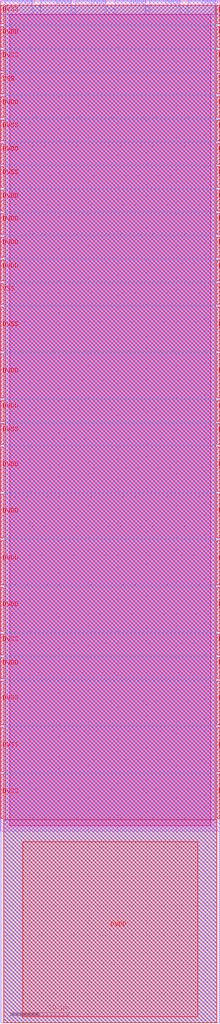
<source format=lef>
VERSION 5.7 ;
  NOWIREEXTENSIONATPIN ON ;
  DIVIDERCHAR "/" ;
  BUSBITCHARS "[]" ;
MACRO gf180mcu_ht_io_fix__dvdd
  CLASS PAD POWER ;
  FOREIGN gf180mcu_ht_io_fix__dvdd ;
  ORIGIN 0.000 0.000 ;
  SIZE 75.000 BY 350.000 ;
  SYMMETRY X Y R90 ;
  SITE GF_IO_Site ;
  PIN DVDD
    DIRECTION INOUT ;
    USE POWER ;
    PORT
      LAYER Metal5 ;
        RECT 7.500 2.000 67.500 62.000 ;
    END
    PORT
      LAYER Metal5 ;
        RECT 74.000 118.000 75.000 125.000 ;
    END
    PORT
      LAYER Metal5 ;
        RECT 74.000 182.000 75.000 197.000 ;
    END
    PORT
      LAYER Metal5 ;
        RECT 74.000 166.000 75.000 181.000 ;
    END
    PORT
      LAYER Metal5 ;
        RECT 74.000 150.000 75.000 165.000 ;
    END
    PORT
      LAYER Metal5 ;
        RECT 74.000 134.000 75.000 149.000 ;
    END
    PORT
      LAYER Metal5 ;
        RECT 74.000 214.000 75.000 229.000 ;
    END
    PORT
      LAYER Metal5 ;
        RECT 74.000 206.000 75.000 213.000 ;
    END
    PORT
      LAYER Metal5 ;
        RECT 74.000 254.000 75.000 261.000 ;
    END
    PORT
      LAYER Metal5 ;
        RECT 74.000 278.000 75.000 285.000 ;
    END
    PORT
      LAYER Metal5 ;
        RECT 74.000 270.000 75.000 277.000 ;
    END
    PORT
      LAYER Metal5 ;
        RECT 74.000 262.000 75.000 269.000 ;
    END
    PORT
      LAYER Metal5 ;
        RECT 74.000 294.000 75.000 301.000 ;
    END
    PORT
      LAYER Metal5 ;
        RECT 74.000 310.000 75.000 317.000 ;
    END
    PORT
      LAYER Metal5 ;
        RECT 74.000 334.000 75.000 341.000 ;
    END
    PORT
      LAYER Metal4 ;
        RECT 74.000 118.000 75.000 125.000 ;
    END
    PORT
      LAYER Metal4 ;
        RECT 74.000 182.000 75.000 197.000 ;
    END
    PORT
      LAYER Metal4 ;
        RECT 74.000 166.000 75.000 181.000 ;
    END
    PORT
      LAYER Metal4 ;
        RECT 74.000 150.000 75.000 165.000 ;
    END
    PORT
      LAYER Metal4 ;
        RECT 74.000 134.000 75.000 149.000 ;
    END
    PORT
      LAYER Metal4 ;
        RECT 74.000 214.000 75.000 229.000 ;
    END
    PORT
      LAYER Metal4 ;
        RECT 74.000 206.000 75.000 213.000 ;
    END
    PORT
      LAYER Metal4 ;
        RECT 74.000 254.000 75.000 261.000 ;
    END
    PORT
      LAYER Metal4 ;
        RECT 74.000 278.000 75.000 285.000 ;
    END
    PORT
      LAYER Metal4 ;
        RECT 74.000 270.000 75.000 277.000 ;
    END
    PORT
      LAYER Metal4 ;
        RECT 74.000 262.000 75.000 269.000 ;
    END
    PORT
      LAYER Metal4 ;
        RECT 74.000 294.000 75.000 301.000 ;
    END
    PORT
      LAYER Metal4 ;
        RECT 74.000 310.000 75.000 317.000 ;
    END
    PORT
      LAYER Metal4 ;
        RECT 74.000 334.000 75.000 341.000 ;
    END
    PORT
      LAYER Metal3 ;
        RECT 74.000 118.000 75.000 125.000 ;
    END
    PORT
      LAYER Metal3 ;
        RECT 74.000 182.000 75.000 197.000 ;
    END
    PORT
      LAYER Metal3 ;
        RECT 74.000 166.000 75.000 181.000 ;
    END
    PORT
      LAYER Metal3 ;
        RECT 74.000 150.000 75.000 165.000 ;
    END
    PORT
      LAYER Metal3 ;
        RECT 74.000 134.000 75.000 149.000 ;
    END
    PORT
      LAYER Metal3 ;
        RECT 74.000 214.000 75.000 229.000 ;
    END
    PORT
      LAYER Metal3 ;
        RECT 74.000 206.000 75.000 213.000 ;
    END
    PORT
      LAYER Metal3 ;
        RECT 74.000 254.000 75.000 261.000 ;
    END
    PORT
      LAYER Metal3 ;
        RECT 74.000 278.000 75.000 285.000 ;
    END
    PORT
      LAYER Metal3 ;
        RECT 74.000 270.000 75.000 277.000 ;
    END
    PORT
      LAYER Metal3 ;
        RECT 74.000 262.000 75.000 269.000 ;
    END
    PORT
      LAYER Metal3 ;
        RECT 74.000 294.000 75.000 301.000 ;
    END
    PORT
      LAYER Metal3 ;
        RECT 74.000 310.000 75.000 317.000 ;
    END
    PORT
      LAYER Metal3 ;
        RECT 74.000 334.000 75.000 341.000 ;
    END
    PORT
      LAYER Metal2 ;
        RECT 1.360 345.345 10.860 350.000 ;
    END
    PORT
      LAYER Metal2 ;
        RECT 13.760 345.345 24.010 350.000 ;
    END
    PORT
      LAYER Metal2 ;
        RECT 25.610 345.345 35.860 350.000 ;
    END
    PORT
      LAYER Metal2 ;
        RECT 39.140 345.345 49.390 350.000 ;
    END
    PORT
      LAYER Metal2 ;
        RECT 50.990 345.345 61.240 350.000 ;
    END
    PORT
      LAYER Metal3 ;
        RECT 0.000 334.000 1.000 341.000 ;
    END
    PORT
      LAYER Metal3 ;
        RECT 0.000 310.000 1.000 317.000 ;
    END
    PORT
      LAYER Metal3 ;
        RECT 0.000 294.000 1.000 301.000 ;
    END
    PORT
      LAYER Metal3 ;
        RECT 0.000 262.000 1.000 269.000 ;
    END
    PORT
      LAYER Metal3 ;
        RECT 0.000 270.000 1.000 277.000 ;
    END
    PORT
      LAYER Metal3 ;
        RECT 0.000 278.000 1.000 285.000 ;
    END
    PORT
      LAYER Metal3 ;
        RECT 0.000 254.000 1.000 261.000 ;
    END
    PORT
      LAYER Metal3 ;
        RECT 0.000 206.000 1.000 213.000 ;
    END
    PORT
      LAYER Metal3 ;
        RECT 0.000 214.000 1.000 229.000 ;
    END
    PORT
      LAYER Metal3 ;
        RECT 0.000 134.000 1.000 149.000 ;
    END
    PORT
      LAYER Metal3 ;
        RECT 0.000 150.000 1.000 165.000 ;
    END
    PORT
      LAYER Metal3 ;
        RECT 0.000 166.000 1.000 181.000 ;
    END
    PORT
      LAYER Metal3 ;
        RECT 0.000 182.000 1.000 197.000 ;
    END
    PORT
      LAYER Metal4 ;
        RECT 0.000 334.000 1.000 341.000 ;
    END
    PORT
      LAYER Metal4 ;
        RECT 0.000 310.000 1.000 317.000 ;
    END
    PORT
      LAYER Metal4 ;
        RECT 0.000 294.000 1.000 301.000 ;
    END
    PORT
      LAYER Metal4 ;
        RECT 0.000 262.000 1.000 269.000 ;
    END
    PORT
      LAYER Metal4 ;
        RECT 0.000 270.000 1.000 277.000 ;
    END
    PORT
      LAYER Metal4 ;
        RECT 0.000 278.000 1.000 285.000 ;
    END
    PORT
      LAYER Metal4 ;
        RECT 0.000 254.000 1.000 261.000 ;
    END
    PORT
      LAYER Metal4 ;
        RECT 0.000 206.000 1.000 213.000 ;
    END
    PORT
      LAYER Metal4 ;
        RECT 0.000 214.000 1.000 229.000 ;
    END
    PORT
      LAYER Metal4 ;
        RECT 0.000 134.000 1.000 149.000 ;
    END
    PORT
      LAYER Metal4 ;
        RECT 0.000 150.000 1.000 165.000 ;
    END
    PORT
      LAYER Metal4 ;
        RECT 0.000 166.000 1.000 181.000 ;
    END
    PORT
      LAYER Metal4 ;
        RECT 0.000 182.000 1.000 197.000 ;
    END
    PORT
      LAYER Metal5 ;
        RECT 0.000 334.000 1.000 341.000 ;
    END
    PORT
      LAYER Metal5 ;
        RECT 0.000 310.000 1.000 317.000 ;
    END
    PORT
      LAYER Metal5 ;
        RECT 0.000 294.000 1.000 301.000 ;
    END
    PORT
      LAYER Metal5 ;
        RECT 0.000 262.000 1.000 269.000 ;
    END
    PORT
      LAYER Metal5 ;
        RECT 0.000 270.000 1.000 277.000 ;
    END
    PORT
      LAYER Metal5 ;
        RECT 0.000 278.000 1.000 285.000 ;
    END
    PORT
      LAYER Metal5 ;
        RECT 0.000 254.000 1.000 261.000 ;
    END
    PORT
      LAYER Metal5 ;
        RECT 0.000 206.000 1.000 213.000 ;
    END
    PORT
      LAYER Metal5 ;
        RECT 0.000 214.000 1.000 229.000 ;
    END
    PORT
      LAYER Metal5 ;
        RECT 0.000 134.000 1.000 149.000 ;
    END
    PORT
      LAYER Metal5 ;
        RECT 0.000 150.000 1.000 165.000 ;
    END
    PORT
      LAYER Metal5 ;
        RECT 0.000 166.000 1.000 181.000 ;
    END
    PORT
      LAYER Metal5 ;
        RECT 0.000 182.000 1.000 197.000 ;
    END
    PORT
      LAYER Metal5 ;
        RECT 0.000 118.000 1.000 125.000 ;
    END
    PORT
      LAYER Metal4 ;
        RECT 0.000 118.000 1.000 125.000 ;
    END
    PORT
      LAYER Metal3 ;
        RECT 0.000 118.000 1.000 125.000 ;
    END
    PORT
      LAYER Metal2 ;
        RECT 64.140 345.345 73.640 350.000 ;
    END
  END DVDD
  PIN DVSS
    DIRECTION INOUT ;
    USE GROUND ;
    PORT
      LAYER Metal5 ;
        RECT 74.000 102.000 75.000 117.000 ;
    END
    PORT
      LAYER Metal5 ;
        RECT 74.000 86.000 75.000 101.000 ;
    END
    PORT
      LAYER Metal5 ;
        RECT 74.000 70.000 75.000 85.000 ;
    END
    PORT
      LAYER Metal5 ;
        RECT 74.000 126.000 75.000 133.000 ;
    END
    PORT
      LAYER Metal5 ;
        RECT 74.000 198.000 75.000 205.000 ;
    END
    PORT
      LAYER Metal5 ;
        RECT 74.000 230.000 75.000 245.000 ;
    END
    PORT
      LAYER Metal5 ;
        RECT 74.000 286.000 75.000 293.000 ;
    END
    PORT
      LAYER Metal5 ;
        RECT 74.000 302.000 75.000 309.000 ;
    END
    PORT
      LAYER Metal5 ;
        RECT 74.000 326.000 75.000 333.000 ;
    END
    PORT
      LAYER Metal5 ;
        RECT 74.000 342.000 75.000 348.390 ;
    END
    PORT
      LAYER Metal4 ;
        RECT 74.000 102.000 75.000 117.000 ;
    END
    PORT
      LAYER Metal4 ;
        RECT 74.000 86.000 75.000 101.000 ;
    END
    PORT
      LAYER Metal4 ;
        RECT 74.000 70.000 75.000 85.000 ;
    END
    PORT
      LAYER Metal4 ;
        RECT 74.000 126.000 75.000 133.000 ;
    END
    PORT
      LAYER Metal4 ;
        RECT 74.000 198.000 75.000 205.000 ;
    END
    PORT
      LAYER Metal4 ;
        RECT 74.000 230.000 75.000 245.000 ;
    END
    PORT
      LAYER Metal4 ;
        RECT 74.000 286.000 75.000 293.000 ;
    END
    PORT
      LAYER Metal4 ;
        RECT 74.000 302.000 75.000 309.000 ;
    END
    PORT
      LAYER Metal4 ;
        RECT 74.000 326.000 75.000 333.000 ;
    END
    PORT
      LAYER Metal4 ;
        RECT 74.000 342.000 75.000 348.390 ;
    END
    PORT
      LAYER Metal3 ;
        RECT 74.000 102.000 75.000 117.000 ;
    END
    PORT
      LAYER Metal3 ;
        RECT 74.000 86.000 75.000 101.000 ;
    END
    PORT
      LAYER Metal3 ;
        RECT 74.000 70.000 75.000 85.000 ;
    END
    PORT
      LAYER Metal3 ;
        RECT 74.000 126.000 75.000 133.000 ;
    END
    PORT
      LAYER Metal3 ;
        RECT 74.000 198.000 75.000 205.000 ;
    END
    PORT
      LAYER Metal3 ;
        RECT 74.000 230.000 75.000 245.000 ;
    END
    PORT
      LAYER Metal3 ;
        RECT 74.000 286.000 75.000 293.000 ;
    END
    PORT
      LAYER Metal3 ;
        RECT 74.000 302.000 75.000 309.000 ;
    END
    PORT
      LAYER Metal3 ;
        RECT 74.000 326.000 75.000 333.000 ;
    END
    PORT
      LAYER Metal3 ;
        RECT 74.000 342.000 75.000 348.390 ;
    END
    PORT
      LAYER Metal3 ;
        RECT 0.000 342.000 1.000 348.390 ;
    END
    PORT
      LAYER Metal3 ;
        RECT 0.000 326.000 1.000 333.000 ;
    END
    PORT
      LAYER Metal3 ;
        RECT 0.000 302.000 1.000 309.000 ;
    END
    PORT
      LAYER Metal3 ;
        RECT 0.000 286.000 1.000 293.000 ;
    END
    PORT
      LAYER Metal3 ;
        RECT 0.000 230.000 1.000 245.000 ;
    END
    PORT
      LAYER Metal3 ;
        RECT 0.000 198.000 1.000 205.000 ;
    END
    PORT
      LAYER Metal3 ;
        RECT 0.000 126.000 1.000 133.000 ;
    END
    PORT
      LAYER Metal3 ;
        RECT 0.000 70.000 1.000 85.000 ;
    END
    PORT
      LAYER Metal3 ;
        RECT 0.000 86.000 1.000 101.000 ;
    END
    PORT
      LAYER Metal4 ;
        RECT 0.000 342.000 1.000 348.390 ;
    END
    PORT
      LAYER Metal4 ;
        RECT 0.000 326.000 1.000 333.000 ;
    END
    PORT
      LAYER Metal4 ;
        RECT 0.000 302.000 1.000 309.000 ;
    END
    PORT
      LAYER Metal4 ;
        RECT 0.000 286.000 1.000 293.000 ;
    END
    PORT
      LAYER Metal4 ;
        RECT 0.000 230.000 1.000 245.000 ;
    END
    PORT
      LAYER Metal4 ;
        RECT 0.000 198.000 1.000 205.000 ;
    END
    PORT
      LAYER Metal4 ;
        RECT 0.000 126.000 1.000 133.000 ;
    END
    PORT
      LAYER Metal4 ;
        RECT 0.000 70.000 1.000 85.000 ;
    END
    PORT
      LAYER Metal4 ;
        RECT 0.000 86.000 1.000 101.000 ;
    END
    PORT
      LAYER Metal5 ;
        RECT 0.000 342.000 1.000 348.390 ;
    END
    PORT
      LAYER Metal5 ;
        RECT 0.000 326.000 1.000 333.000 ;
    END
    PORT
      LAYER Metal5 ;
        RECT 0.000 302.000 1.000 309.000 ;
    END
    PORT
      LAYER Metal5 ;
        RECT 0.000 286.000 1.000 293.000 ;
    END
    PORT
      LAYER Metal5 ;
        RECT 0.000 230.000 1.000 245.000 ;
    END
    PORT
      LAYER Metal5 ;
        RECT 0.000 198.000 1.000 205.000 ;
    END
    PORT
      LAYER Metal5 ;
        RECT 0.000 126.000 1.000 133.000 ;
    END
    PORT
      LAYER Metal5 ;
        RECT 0.000 70.000 1.000 85.000 ;
    END
    PORT
      LAYER Metal5 ;
        RECT 0.000 86.000 1.000 101.000 ;
    END
    PORT
      LAYER Metal5 ;
        RECT 0.000 102.000 1.000 117.000 ;
    END
    PORT
      LAYER Metal4 ;
        RECT 0.000 102.000 1.000 117.000 ;
    END
    PORT
      LAYER Metal3 ;
        RECT 0.000 102.000 1.000 117.000 ;
    END
  END DVSS
  PIN VSS
    DIRECTION INOUT ;
    USE GROUND ;
    PORT
      LAYER Metal5 ;
        RECT 74.000 246.000 75.000 253.000 ;
    END
    PORT
      LAYER Metal5 ;
        RECT 74.000 318.000 75.000 325.000 ;
    END
    PORT
      LAYER Metal4 ;
        RECT 74.000 246.000 75.000 253.000 ;
    END
    PORT
      LAYER Metal4 ;
        RECT 74.000 318.000 75.000 325.000 ;
    END
    PORT
      LAYER Metal3 ;
        RECT 74.000 246.000 75.000 253.000 ;
    END
    PORT
      LAYER Metal3 ;
        RECT 74.000 318.000 75.000 325.000 ;
    END
    PORT
      LAYER Metal3 ;
        RECT 0.000 318.000 1.000 325.000 ;
    END
    PORT
      LAYER Metal4 ;
        RECT 0.000 318.000 1.000 325.000 ;
    END
    PORT
      LAYER Metal5 ;
        RECT 0.000 318.000 1.000 325.000 ;
    END
    PORT
      LAYER Metal5 ;
        RECT 0.000 246.000 1.000 253.000 ;
    END
    PORT
      LAYER Metal4 ;
        RECT 0.000 246.000 1.000 253.000 ;
    END
    PORT
      LAYER Metal3 ;
        RECT 0.000 246.000 1.000 253.000 ;
    END
  END VSS
  OBS
      LAYER Nwell ;
        RECT 3.060 67.480 71.940 345.275 ;
      LAYER Metal1 ;
        RECT -0.160 65.540 75.160 349.785 ;
      LAYER Metal2 ;
        RECT 0.000 345.045 1.060 348.390 ;
        RECT 11.160 345.045 13.460 348.390 ;
        RECT 24.310 345.045 25.310 348.390 ;
        RECT 36.160 345.045 38.840 348.390 ;
        RECT 49.690 345.045 50.690 348.390 ;
        RECT 61.540 345.045 63.840 348.390 ;
        RECT 73.940 345.045 75.000 348.390 ;
        RECT 0.000 0.000 75.000 345.045 ;
      LAYER Metal3 ;
        RECT 1.300 341.700 73.700 348.390 ;
        RECT 1.000 341.300 74.000 341.700 ;
        RECT 1.300 333.700 73.700 341.300 ;
        RECT 1.000 333.300 74.000 333.700 ;
        RECT 1.300 325.700 73.700 333.300 ;
        RECT 1.000 325.300 74.000 325.700 ;
        RECT 1.300 317.700 73.700 325.300 ;
        RECT 1.000 317.300 74.000 317.700 ;
        RECT 1.300 309.700 73.700 317.300 ;
        RECT 1.000 309.300 74.000 309.700 ;
        RECT 1.300 301.700 73.700 309.300 ;
        RECT 1.000 301.300 74.000 301.700 ;
        RECT 1.300 293.700 73.700 301.300 ;
        RECT 1.000 293.300 74.000 293.700 ;
        RECT 1.300 285.700 73.700 293.300 ;
        RECT 1.000 285.300 74.000 285.700 ;
        RECT 1.300 277.700 73.700 285.300 ;
        RECT 1.000 277.300 74.000 277.700 ;
        RECT 1.300 269.700 73.700 277.300 ;
        RECT 1.000 269.300 74.000 269.700 ;
        RECT 1.300 261.700 73.700 269.300 ;
        RECT 1.000 261.300 74.000 261.700 ;
        RECT 1.300 253.700 73.700 261.300 ;
        RECT 1.000 253.300 74.000 253.700 ;
        RECT 1.300 245.700 73.700 253.300 ;
        RECT 1.000 245.300 74.000 245.700 ;
        RECT 1.300 229.700 73.700 245.300 ;
        RECT 1.000 229.300 74.000 229.700 ;
        RECT 1.300 213.700 73.700 229.300 ;
        RECT 1.000 213.300 74.000 213.700 ;
        RECT 1.300 205.700 73.700 213.300 ;
        RECT 1.000 205.300 74.000 205.700 ;
        RECT 1.300 197.700 73.700 205.300 ;
        RECT 1.000 197.300 74.000 197.700 ;
        RECT 1.300 181.700 73.700 197.300 ;
        RECT 1.000 181.300 74.000 181.700 ;
        RECT 1.300 165.700 73.700 181.300 ;
        RECT 1.000 165.300 74.000 165.700 ;
        RECT 1.300 149.700 73.700 165.300 ;
        RECT 1.000 149.300 74.000 149.700 ;
        RECT 1.300 133.700 73.700 149.300 ;
        RECT 1.000 133.300 74.000 133.700 ;
        RECT 1.300 125.700 73.700 133.300 ;
        RECT 1.000 125.300 74.000 125.700 ;
        RECT 1.300 117.700 73.700 125.300 ;
        RECT 1.000 117.300 74.000 117.700 ;
        RECT 1.300 101.700 73.700 117.300 ;
        RECT 1.000 101.300 74.000 101.700 ;
        RECT 1.300 85.700 73.700 101.300 ;
        RECT 1.000 85.300 74.000 85.700 ;
        RECT 1.300 69.700 73.700 85.300 ;
        RECT 1.000 0.000 74.000 69.700 ;
      LAYER Metal4 ;
        RECT 1.300 341.700 73.700 348.390 ;
        RECT 1.000 341.300 74.000 341.700 ;
        RECT 1.300 333.700 73.700 341.300 ;
        RECT 1.000 333.300 74.000 333.700 ;
        RECT 1.300 325.700 73.700 333.300 ;
        RECT 1.000 325.300 74.000 325.700 ;
        RECT 1.300 317.700 73.700 325.300 ;
        RECT 1.000 317.300 74.000 317.700 ;
        RECT 1.300 309.700 73.700 317.300 ;
        RECT 1.000 309.300 74.000 309.700 ;
        RECT 1.300 301.700 73.700 309.300 ;
        RECT 1.000 301.300 74.000 301.700 ;
        RECT 1.300 293.700 73.700 301.300 ;
        RECT 1.000 293.300 74.000 293.700 ;
        RECT 1.300 285.700 73.700 293.300 ;
        RECT 1.000 285.300 74.000 285.700 ;
        RECT 1.300 277.700 73.700 285.300 ;
        RECT 1.000 277.300 74.000 277.700 ;
        RECT 1.300 269.700 73.700 277.300 ;
        RECT 1.000 269.300 74.000 269.700 ;
        RECT 1.300 261.700 73.700 269.300 ;
        RECT 1.000 261.300 74.000 261.700 ;
        RECT 1.300 253.700 73.700 261.300 ;
        RECT 1.000 253.300 74.000 253.700 ;
        RECT 1.300 245.700 73.700 253.300 ;
        RECT 1.000 245.300 74.000 245.700 ;
        RECT 1.300 229.700 73.700 245.300 ;
        RECT 1.000 229.300 74.000 229.700 ;
        RECT 1.300 213.700 73.700 229.300 ;
        RECT 1.000 213.300 74.000 213.700 ;
        RECT 1.300 205.700 73.700 213.300 ;
        RECT 1.000 205.300 74.000 205.700 ;
        RECT 1.300 197.700 73.700 205.300 ;
        RECT 1.000 197.300 74.000 197.700 ;
        RECT 1.300 181.700 73.700 197.300 ;
        RECT 1.000 181.300 74.000 181.700 ;
        RECT 1.300 165.700 73.700 181.300 ;
        RECT 1.000 165.300 74.000 165.700 ;
        RECT 1.300 149.700 73.700 165.300 ;
        RECT 1.000 149.300 74.000 149.700 ;
        RECT 1.300 133.700 73.700 149.300 ;
        RECT 1.000 133.300 74.000 133.700 ;
        RECT 1.300 125.700 73.700 133.300 ;
        RECT 1.000 125.300 74.000 125.700 ;
        RECT 1.300 117.700 73.700 125.300 ;
        RECT 1.000 117.300 74.000 117.700 ;
        RECT 1.300 101.700 73.700 117.300 ;
        RECT 1.000 101.300 74.000 101.700 ;
        RECT 1.300 85.700 73.700 101.300 ;
        RECT 1.000 85.300 74.000 85.700 ;
        RECT 1.300 69.700 73.700 85.300 ;
        RECT 1.000 0.000 74.000 69.700 ;
      LAYER Metal5 ;
        RECT 1.500 69.500 73.500 348.390 ;
        RECT 1.000 0.000 74.000 69.500 ;
  END
END gf180mcu_ht_io_fix__dvdd
END LIBRARY


</source>
